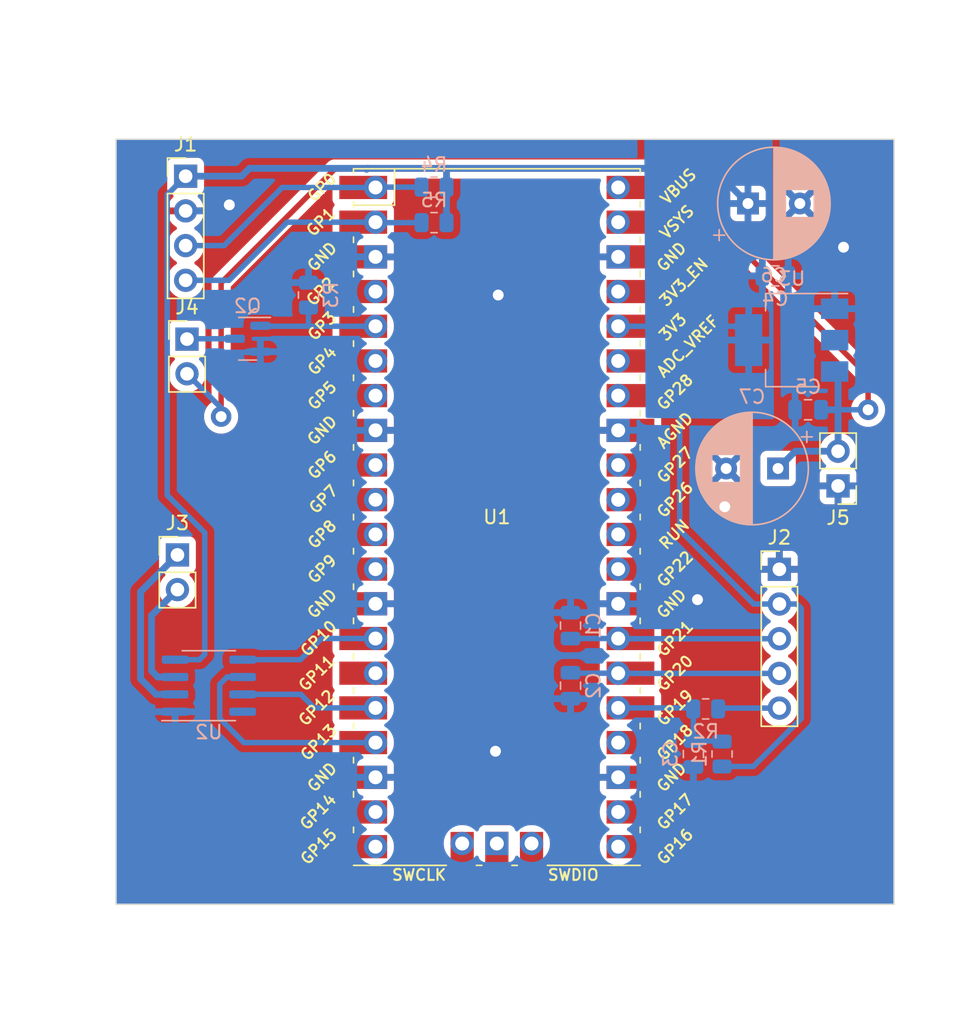
<source format=kicad_pcb>
(kicad_pcb (version 20221018) (generator pcbnew)
  (layers (0 "F.Cu" signal) (31 "B.Cu" signal) (34 "B.Paste" user) (35 "F.Paste" user) (36 "B.SilkS" user "B.Silkscreen") (37 "F.SilkS" user "F.Silkscreen") (38 "B.Mask" user) (39 "F.Mask" user) (44 "Edge.Cuts" user))
  (net 0 "")
  (net 1 "Net-(J2-Pin_5)")
  (net 2 "GND")
  (net 3 "Net-(J2-Pin_4)")
  (net 4 "Net-(U1-GPIO19)")
  (net 5 "+3.3V")
  (net 6 "+12V")
  (net 7 "Net-(J1-Pin_3)")
  (net 8 "Net-(J1-Pin_4)")
  (net 9 "Net-(J2-Pin_3)")
  (net 10 "Net-(J3-Pin_1)")
  (net 11 "Net-(J3-Pin_2)")
  (net 12 "Net-(J4-Pin_1)")
  (net 13 "/SSR_SW")
  (net 21 "Net-(U1-GPIO10)")
  (net 23 "Net-(U1-GPIO12)")
  (net 24 "Net-(U1-GPIO13)")
  (footprint "Connector_PinHeader_2.54mm:PinHeader_1x02_P2.54mm_Vertical" (layer "F.Cu") (at 144.5 100.625)
    (fp_text reference "J3" (at 0 -2.33) (layer "F.SilkS"))
    (fp_text value "Conn_01x02")
    (pad "1" thru_hole rect (at 0 0) (size 1.7 1.7) (drill 1) (layers "*.Cu" "*.Mask") (net 10 "Net-(J3-Pin_1)"))
    (pad "2" thru_hole oval (at 0 2.54) (size 1.7 1.7) (drill 1) (layers "*.Cu" "*.Mask") (net 11 "Net-(J3-Pin_2)"))
  )
  (footprint "Connector_PinHeader_2.54mm:PinHeader_1x02_P2.54mm_Vertical" (layer "F.Cu") (at 192.9 95.575 180)
    (fp_text reference "J5" (at 0 -2.33) (layer "F.SilkS"))
    (fp_text value "Conn_01x02")
    (pad "1" thru_hole rect (at 0 0 180) (size 1.7 1.7) (drill 1) (layers "*.Cu" "*.Mask") (net 2 "GND"))
    (pad "2" thru_hole oval (at 0 2.54 180) (size 1.7 1.7) (drill 1) (layers "*.Cu" "*.Mask") (net 6 "+12V"))
  )
  (footprint "Connector_PinHeader_2.54mm:PinHeader_1x05_P2.54mm_Vertical" (layer "F.Cu") (at 188.6 101.68)
    (fp_text reference "J2" (at 0 -2.33) (layer "F.SilkS"))
    (fp_text value "Conn_01x05_Pin")
    (pad "1" thru_hole rect (at 0 0) (size 1.7 1.7) (drill 1) (layers "*.Cu" "*.Mask") (net 2 "GND"))
    (pad "2" thru_hole oval (at 0 2.54) (size 1.7 1.7) (drill 1) (layers "*.Cu" "*.Mask") (net 5 "+3.3V"))
    (pad "3" thru_hole oval (at 0 5.08) (size 1.7 1.7) (drill 1) (layers "*.Cu" "*.Mask") (net 9 "Net-(J2-Pin_3)"))
    (pad "4" thru_hole oval (at 0 7.62) (size 1.7 1.7) (drill 1) (layers "*.Cu" "*.Mask") (net 3 "Net-(J2-Pin_4)"))
    (pad "5" thru_hole oval (at 0 10.16) (size 1.7 1.7) (drill 1) (layers "*.Cu" "*.Mask") (net 1 "Net-(J2-Pin_5)"))
  )
  (footprint "Connector_PinHeader_2.54mm:PinHeader_1x04_P2.54mm_Vertical" (layer "F.Cu") (at 145.1 72.9)
    (fp_text reference "J1" (at 0 -2.33) (layer "F.SilkS"))
    (fp_text value "Conn_01x04_Pin")
    (pad "1" thru_hole rect (at 0 0) (size 1.7 1.7) (drill 1) (layers "*.Cu" "*.Mask") (net 5 "+3.3V"))
    (pad "2" thru_hole oval (at 0 2.54) (size 1.7 1.7) (drill 1) (layers "*.Cu" "*.Mask") (net 2 "GND"))
    (pad "3" thru_hole oval (at 0 5.08) (size 1.7 1.7) (drill 1) (layers "*.Cu" "*.Mask") (net 7 "Net-(J1-Pin_3)"))
    (pad "4" thru_hole oval (at 0 7.62) (size 1.7 1.7) (drill 1) (layers "*.Cu" "*.Mask") (net 8 "Net-(J1-Pin_4)"))
  )
  (footprint "DevelopBoards:RPi_Pico_SMD_TH" (layer "F.Cu") (at 167.9 97.855)
    (fp_text reference "U1" (at 0 0) (layer "F.SilkS"))
    (fp_text value "Pico")
    (fp_text user "GP14" (at -13.1 21.59 45) (layer "F.SilkS") (effects (font (size 0.8 0.8))))
    (fp_text user "GP21" (at 13.054 8.9 45) (layer "F.SilkS") (effects (font (size 0.8 0.8))))
    (fp_text user "GP27" (at 13.054 -3.8 45) (layer "F.SilkS") (effects (font (size 0.8 0.8))))
    (fp_text user "AGND" (at 13.054 -6.35 45) (layer "F.SilkS") (effects (font (size 0.8 0.8))))
    (fp_text user "GP9" (at -12.8 3.81 45) (layer "F.SilkS") (effects (font (size 0.8 0.8))))
    (fp_text user "GND" (at -12.8 19.05 45) (layer "F.SilkS") (effects (font (size 0.8 0.8))))
    (fp_text user "SWDIO" (at 5.6 26.2) (layer "F.SilkS") (effects (font (size 0.8 0.8))))
    (fp_text user "SWCLK" (at -5.7 26.2) (layer "F.SilkS") (effects (font (size 0.8 0.8))))
    (fp_text user "GP11" (at -13.2 11.43 45) (layer "F.SilkS") (effects (font (size 0.8 0.8))))
    (fp_text user "GP26" (at 13.054 -1.27 45) (layer "F.SilkS") (effects (font (size 0.8 0.8))))
    (fp_text user "GP8" (at -12.8 1.27 45) (layer "F.SilkS") (effects (font (size 0.8 0.8))))
    (fp_text user "GND" (at 12.8 6.35 45) (layer "F.SilkS") (effects (font (size 0.8 0.8))))
    (fp_text user "GP20" (at 13.054 11.43 45) (layer "F.SilkS") (effects (font (size 0.8 0.8))))
    (fp_text user "GND" (at -12.8 -19.05 45) (layer "F.SilkS") (effects (font (size 0.8 0.8))))
    (fp_text user "ADC_VREF" (at 14 -12.5 45) (layer "F.SilkS") (effects (font (size 0.8 0.8))))
    (fp_text user "GP19" (at 13.054 13.97 45) (layer "F.SilkS") (effects (font (size 0.8 0.8))))
    (fp_text user "GP4" (at -12.8 -11.43 45) (layer "F.SilkS") (effects (font (size 0.8 0.8))))
    (fp_text user "GP12" (at -13.2 13.97 45) (layer "F.SilkS") (effects (font (size 0.8 0.8))))
    (fp_text user "GP18" (at 13.054 16.51 45) (layer "F.SilkS") (effects (font (size 0.8 0.8))))
    (fp_text user "GND" (at -12.8 6.35 45) (layer "F.SilkS") (effects (font (size 0.8 0.8))))
    (fp_text user "GP13" (at -13.054 16.51 45) (layer "F.SilkS") (effects (font (size 0.8 0.8))))
    (fp_text user "GP1" (at -12.9 -21.6 45) (layer "F.SilkS") (effects (font (size 0.8 0.8))))
    (fp_text user "GP7" (at -12.7 -1.3 45) (layer "F.SilkS") (effects (font (size 0.8 0.8))))
    (fp_text user "GP3" (at -12.8 -13.97 45) (layer "F.SilkS") (effects (font (size 0.8 0.8))))
    (fp_text user "GP17" (at 13.054 21.59 45) (layer "F.SilkS") (effects (font (size 0.8 0.8))))
    (fp_text user "GP2" (at -12.9 -16.51 45) (layer "F.SilkS") (effects (font (size 0.8 0.8))))
    (fp_text user "RUN" (at 13 1.27 45) (layer "F.SilkS") (effects (font (size 0.8 0.8))))
    (fp_text user "GP16" (at 13.054 24.13 45) (layer "F.SilkS") (effects (font (size 0.8 0.8))))
    (fp_text user "GP15" (at -13.054 24.13 45) (layer "F.SilkS") (effects (font (size 0.8 0.8))))
    (fp_text user "GND" (at 12.8 19.05 45) (layer "F.SilkS") (effects (font (size 0.8 0.8))))
    (fp_text user "GP28" (at 13.054 -9.144 45) (layer "F.SilkS") (effects (font (size 0.8 0.8))))
    (fp_text user "GP6" (at -12.8 -3.81 45) (layer "F.SilkS") (effects (font (size 0.8 0.8))))
    (fp_text user "GND" (at -12.8 -6.35 45) (layer "F.SilkS") (effects (font (size 0.8 0.8))))
    (fp_text user "VSYS" (at 13.2 -21.59 45) (layer "F.SilkS") (effects (font (size 0.8 0.8))))
    (fp_text user "3V3_EN" (at 13.7 -17.2 45) (layer "F.SilkS") (effects (font (size 0.8 0.8))))
    (fp_text user "GP22" (at 13.054 3.81 45) (layer "F.SilkS") (effects (font (size 0.8 0.8))))
    (fp_text user "GND" (at 12.8 -19.05 45) (layer "F.SilkS") (effects (font (size 0.8 0.8))))
    (fp_text user "GP5" (at -12.8 -8.89 45) (layer "F.SilkS") (effects (font (size 0.8 0.8))))
    (fp_text user "3V3" (at 12.9 -13.9 45) (layer "F.SilkS") (effects (font (size 0.8 0.8))))
    (fp_text user "VBUS" (at 13.3 -24.2 45) (layer "F.SilkS") (effects (font (size 0.8 0.8))))
    (fp_text user "GP0" (at -12.8 -24.13 45) (layer "F.SilkS") (effects (font (size 0.8 0.8))))
    (fp_text user "GP10" (at -13.054 8.89 45) (layer "F.SilkS") (effects (font (size 0.8 0.8))))
    (pad "1" thru_hole oval (at -8.89 -24.13) (size 1.7 1.7) (drill 1.02) (layers "*.Cu" "*.Mask") (net 7 "Net-(J1-Pin_3)"))
    (pad "1" smd rect (at -8.89 -24.13) (size 3.5 1.7) (drill (offset -0.9 0)) (layers "F.Cu" "F.Mask") (net 7 "Net-(J1-Pin_3)"))
    (pad "2" thru_hole oval (at -8.89 -21.59) (size 1.7 1.7) (drill 1.02) (layers "*.Cu" "*.Mask") (net 8 "Net-(J1-Pin_4)"))
    (pad "2" smd rect (at -8.89 -21.59) (size 3.5 1.7) (drill (offset -0.9 0)) (layers "F.Cu" "F.Mask") (net 8 "Net-(J1-Pin_4)"))
    (pad "3" thru_hole rect (at -8.89 -19.05) (size 1.7 1.7) (drill 1.02) (layers "*.Cu" "*.Mask") (net 2 "GND"))
    (pad "3" smd rect (at -8.89 -19.05) (size 3.5 1.7) (drill (offset -0.9 0)) (layers "F.Cu" "F.Mask") (net 2 "GND"))
    (pad "4" thru_hole oval (at -8.89 -16.51) (size 1.7 1.7) (drill 1.02) (layers "*.Cu" "*.Mask"))
    (pad "4" smd rect (at -8.89 -16.51) (size 3.5 1.7) (drill (offset -0.9 0)) (layers "F.Cu" "F.Mask"))
    (pad "5" thru_hole oval (at -8.89 -13.97) (size 1.7 1.7) (drill 1.02) (layers "*.Cu" "*.Mask") (net 13 "/SSR_SW"))
    (pad "5" smd rect (at -8.89 -13.97) (size 3.5 1.7) (drill (offset -0.9 0)) (layers "F.Cu" "F.Mask") (net 13 "/SSR_SW"))
    (pad "6" thru_hole oval (at -8.89 -11.43) (size 1.7 1.7) (drill 1.02) (layers "*.Cu" "*.Mask"))
    (pad "6" smd rect (at -8.89 -11.43) (size 3.5 1.7) (drill (offset -0.9 0)) (layers "F.Cu" "F.Mask"))
    (pad "7" thru_hole oval (at -8.89 -8.89) (size 1.7 1.7) (drill 1.02) (layers "*.Cu" "*.Mask"))
    (pad "7" smd rect (at -8.89 -8.89) (size 3.5 1.7) (drill (offset -0.9 0)) (layers "F.Cu" "F.Mask"))
    (pad "8" thru_hole rect (at -8.89 -6.35) (size 1.7 1.7) (drill 1.02) (layers "*.Cu" "*.Mask") (net 2 "GND"))
    (pad "8" smd rect (at -8.89 -6.35) (size 3.5 1.7) (drill (offset -0.9 0)) (layers "F.Cu" "F.Mask") (net 2 "GND"))
    (pad "9" thru_hole oval (at -8.89 -3.81) (size 1.7 1.7) (drill 1.02) (layers "*.Cu" "*.Mask"))
    (pad "9" smd rect (at -8.89 -3.81) (size 3.5 1.7) (drill (offset -0.9 0)) (layers "F.Cu" "F.Mask"))
    (pad "10" thru_hole oval (at -8.89 -1.27) (size 1.7 1.7) (drill 1.02) (layers "*.Cu" "*.Mask"))
    (pad "10" smd rect (at -8.89 -1.27) (size 3.5 1.7) (drill (offset -0.9 0)) (layers "F.Cu" "F.Mask"))
    (pad "11" thru_hole oval (at -8.89 1.27) (size 1.7 1.7) (drill 1.02) (layers "*.Cu" "*.Mask"))
    (pad "11" smd rect (at -8.89 1.27) (size 3.5 1.7) (drill (offset -0.9 0)) (layers "F.Cu" "F.Mask"))
    (pad "12" thru_hole oval (at -8.89 3.81) (size 1.7 1.7) (drill 1.02) (layers "*.Cu" "*.Mask"))
    (pad "12" smd rect (at -8.89 3.81) (size 3.5 1.7) (drill (offset -0.9 0)) (layers "F.Cu" "F.Mask"))
    (pad "13" thru_hole rect (at -8.89 6.35) (size 1.7 1.7) (drill 1.02) (layers "*.Cu" "*.Mask") (net 2 "GND"))
    (pad "13" smd rect (at -8.89 6.35) (size 3.5 1.7) (drill (offset -0.9 0)) (layers "F.Cu" "F.Mask") (net 2 "GND"))
    (pad "14" thru_hole oval (at -8.89 8.89) (size 1.7 1.7) (drill 1.02) (layers "*.Cu" "*.Mask") (net 21 "Net-(U1-GPIO10)"))
    (pad "14" smd rect (at -8.89 8.89) (size 3.5 1.7) (drill (offset -0.9 0)) (layers "F.Cu" "F.Mask") (net 21 "Net-(U1-GPIO10)"))
    (pad "15" thru_hole oval (at -8.89 11.43) (size 1.7 1.7) (drill 1.02) (layers "*.Cu" "*.Mask"))
    (pad "15" smd rect (at -8.89 11.43) (size 3.5 1.7) (drill (offset -0.9 0)) (layers "F.Cu" "F.Mask"))
    (pad "16" thru_hole oval (at -8.89 13.97) (size 1.7 1.7) (drill 1.02) (layers "*.Cu" "*.Mask") (net 23 "Net-(U1-GPIO12)"))
    (pad "16" smd rect (at -8.89 13.97) (size 3.5 1.7) (drill (offset -0.9 0)) (layers "F.Cu" "F.Mask") (net 23 "Net-(U1-GPIO12)"))
    (pad "17" thru_hole oval (at -8.89 16.51) (size 1.7 1.7) (drill 1.02) (layers "*.Cu" "*.Mask") (net 24 "Net-(U1-GPIO13)"))
    (pad "17" smd rect (at -8.89 16.51) (size 3.5 1.7) (drill (offset -0.9 0)) (layers "F.Cu" "F.Mask") (net 24 "Net-(U1-GPIO13)"))
    (pad "18" thru_hole rect (at -8.89 19.05) (size 1.7 1.7) (drill 1.02) (layers "*.Cu" "*.Mask") (net 2 "GND"))
    (pad "18" smd rect (at -8.89 19.05) (size 3.5 1.7) (drill (offset -0.9 0)) (layers "F.Cu" "F.Mask") (net 2 "GND"))
    (pad "19" thru_hole oval (at -8.89 21.59) (size 1.7 1.7) (drill 1.02) (layers "*.Cu" "*.Mask"))
    (pad "19" smd rect (at -8.89 21.59) (size 3.5 1.7) (drill (offset -0.9 0)) (layers "F.Cu" "F.Mask"))
    (pad "20" thru_hole oval (at -8.89 24.13) (size 1.7 1.7) (drill 1.02) (layers "*.Cu" "*.Mask"))
    (pad "20" smd rect (at -8.89 24.13) (size 3.5 1.7) (drill (offset -0.9 0)) (layers "F.Cu" "F.Mask"))
    (pad "21" thru_hole oval (at 8.89 24.13) (size 1.7 1.7) (drill 1.02) (layers "*.Cu" "*.Mask"))
    (pad "21" smd rect (at 8.89 24.13) (size 3.5 1.7) (drill (offset 0.9 0)) (layers "F.Cu" "F.Mask"))
    (pad "22" thru_hole oval (at 8.89 21.59) (size 1.7 1.7) (drill 1.02) (layers "*.Cu" "*.Mask"))
    (pad "22" smd rect (at 8.89 21.59) (size 3.5 1.7) (drill (offset 0.9 0)) (layers "F.Cu" "F.Mask"))
    (pad "23" thru_hole rect (at 8.89 19.05) (size 1.7 1.7) (drill 1.02) (layers "*.Cu" "*.Mask") (net 2 "GND"))
    (pad "23" smd rect (at 8.89 19.05) (size 3.5 1.7) (drill (offset 0.9 0)) (layers "F.Cu" "F.Mask") (net 2 "GND"))
    (pad "24" thru_hole oval (at 8.89 16.51) (size 1.7 1.7) (drill 1.02) (layers "*.Cu" "*.Mask"))
    (pad "24" smd rect (at 8.89 16.51) (size 3.5 1.7) (drill (offset 0.9 0)) (layers "F.Cu" "F.Mask"))
    (pad "25" thru_hole oval (at 8.89 13.97) (size 1.7 1.7) (drill 1.02) (layers "*.Cu" "*.Mask") (net 4 "Net-(U1-GPIO19)"))
    (pad "25" smd rect (at 8.89 13.97) (size 3.5 1.7) (drill (offset 0.9 0)) (layers "F.Cu" "F.Mask") (net 4 "Net-(U1-GPIO19)"))
    (pad "26" thru_hole oval (at 8.89 11.43) (size 1.7 1.7) (drill 1.02) (layers "*.Cu" "*.Mask") (net 3 "Net-(J2-Pin_4)"))
    (pad "26" smd rect (at 8.89 11.43) (size 3.5 1.7) (drill (offset 0.9 0)) (layers "F.Cu" "F.Mask") (net 3 "Net-(J2-Pin_4)"))
    (pad "27" thru_hole oval (at 8.89 8.89) (size 1.7 1.7) (drill 1.02) (layers "*.Cu" "*.Mask") (net 9 "Net-(J2-Pin_3)"))
    (pad "27" smd rect (at 8.89 8.89) (size 3.5 1.7) (drill (offset 0.9 0)) (layers "F.Cu" "F.Mask") (net 9 "Net-(J2-Pin_3)"))
    (pad "28" thru_hole rect (at 8.89 6.35) (size 1.7 1.7) (drill 1.02) (layers "*.Cu" "*.Mask") (net 2 "GND"))
    (pad "28" smd rect (at 8.89 6.35) (size 3.5 1.7) (drill (offset 0.9 0)) (layers "F.Cu" "F.Mask") (net 2 "GND"))
    (pad "29" thru_hole oval (at 8.89 3.81) (size 1.7 1.7) (drill 1.02) (layers "*.Cu" "*.Mask"))
    (pad "29" smd rect (at 8.89 3.81) (size 3.5 1.7) (drill (offset 0.9 0)) (layers "F.Cu" "F.Mask"))
    (pad "30" thru_hole oval (at 8.89 1.27) (size 1.7 1.7) (drill 1.02) (layers "*.Cu" "*.Mask"))
    (pad "30" smd rect (at 8.89 1.27) (size 3.5 1.7) (drill (offset 0.9 0)) (layers "F.Cu" "F.Mask"))
    (pad "31" thru_hole oval (at 8.89 -1.27) (size 1.7 1.7) (drill 1.02) (layers "*.Cu" "*.Mask"))
    (pad "31" smd rect (at 8.89 -1.27) (size 3.5 1.7) (drill (offset 0.9 0)) (layers "F.Cu" "F.Mask"))
    (pad "32" thru_hole oval (at 8.89 -3.81) (size 1.7 1.7) (drill 1.02) (layers "*.Cu" "*.Mask"))
    (pad "32" smd rect (at 8.89 -3.81) (size 3.5 1.7) (drill (offset 0.9 0)) (layers "F.Cu" "F.Mask"))
    (pad "33" thru_hole rect (at 8.89 -6.35) (size 1.7 1.7) (drill 1.02) (layers "*.Cu" "*.Mask") (net 2 "GND"))
    (pad "33" smd rect (at 8.89 -6.35) (size 3.5 1.7) (drill (offset 0.9 0)) (layers "F.Cu" "F.Mask") (net 2 "GND"))
    (pad "34" thru_hole oval (at 8.89 -8.89) (size 1.7 1.7) (drill 1.02) (layers "*.Cu" "*.Mask"))
    (pad "34" smd rect (at 8.89 -8.89) (size 3.5 1.7) (drill (offset 0.9 0)) (layers "F.Cu" "F.Mask"))
    (pad "35" thru_hole oval (at 8.89 -11.43) (size 1.7 1.7) (drill 1.02) (layers "*.Cu" "*.Mask"))
    (pad "35" smd rect (at 8.89 -11.43) (size 3.5 1.7) (drill (offset 0.9 0)) (layers "F.Cu" "F.Mask"))
    (pad "36" thru_hole oval (at 8.89 -13.97) (size 1.7 1.7) (drill 1.02) (layers "*.Cu" "*.Mask") (net 5 "+3.3V"))
    (pad "36" smd rect (at 8.89 -13.97) (size 3.5 1.7) (drill (offset 0.9 0)) (layers "F.Cu" "F.Mask") (net 5 "+3.3V"))
    (pad "37" thru_hole oval (at 8.89 -16.51) (size 1.7 1.7) (drill 1.02) (layers "*.Cu" "*.Mask"))
    (pad "37" smd rect (at 8.89 -16.51) (size 3.5 1.7) (drill (offset 0.9 0)) (layers "F.Cu" "F.Mask"))
    (pad "38" thru_hole rect (at 8.89 -19.05) (size 1.7 1.7) (drill 1.02) (layers "*.Cu" "*.Mask") (net 2 "GND"))
    (pad "38" smd rect (at 8.89 -19.05) (size 3.5 1.7) (drill (offset 0.9 0)) (layers "F.Cu" "F.Mask") (net 2 "GND"))
    (pad "39" thru_hole oval (at 8.89 -21.59) (size 1.7 1.7) (drill 1.02) (layers "*.Cu" "*.Mask"))
    (pad "39" smd rect (at 8.89 -21.59) (size 3.5 1.7) (drill (offset 0.9 0)) (layers "F.Cu" "F.Mask"))
    (pad "40" thru_hole oval (at 8.89 -24.13) (size 1.7 1.7) (drill 1.02) (layers "*.Cu" "*.Mask"))
    (pad "40" smd rect (at 8.89 -24.13) (size 3.5 1.7) (drill (offset 0.9 0)) (layers "F.Cu" "F.Mask"))
    (pad "41" thru_hole oval (at -2.54 23.9) (size 1.7 1.7) (drill 1.02) (layers "*.Cu" "*.Mask"))
    (pad "41" smd rect (at -2.54 23.9 90) (size 3.5 1.7) (drill (offset -0.9 0)) (layers "F.Cu" "F.Mask"))
    (pad "42" thru_hole rect (at 0 23.9) (size 1.7 1.7) (drill 1.02) (layers "*.Cu" "*.Mask"))
    (pad "42" smd rect (at 0 23.9 90) (size 3.5 1.7) (drill (offset -0.9 0)) (layers "F.Cu" "F.Mask"))
    (pad "43" thru_hole oval (at 2.54 23.9) (size 1.7 1.7) (drill 1.02) (layers "*.Cu" "*.Mask"))
    (pad "43" smd rect (at 2.54 23.9 90) (size 3.5 1.7) (drill (offset -0.9 0)) (layers "F.Cu" "F.Mask"))
  )
  (footprint "Connector_PinHeader_2.54mm:PinHeader_1x02_P2.54mm_Vertical" (layer "F.Cu") (at 145.2 84.825)
    (fp_text reference "J4" (at 0 -2.33) (layer "F.SilkS"))
    (fp_text value "Conn_01x02")
    (pad "1" thru_hole rect (at 0 0) (size 1.7 1.7) (drill 1) (layers "*.Cu" "*.Mask") (net 12 "Net-(J4-Pin_1)"))
    (pad "2" thru_hole oval (at 0 2.54) (size 1.7 1.7) (drill 1) (layers "*.Cu" "*.Mask") (net 6 "+12V"))
  )
  (footprint "Resistor_SMD:R_0805_2012Metric" (layer "B.Cu") (at 183.2 111.9)
    (fp_text reference "R2" (at 0 1.65) (layer "B.SilkS") (effects (justify mirror)))
    (fp_text value "10k")
    (pad "1" smd roundrect (at -0.9125 0) (size 1.025 1.4) (layers "B.Cu" "B.Paste" "B.Mask") (roundrect_rratio 0.243902) (net 4 "Net-(U1-GPIO19)"))
    (pad "2" smd roundrect (at 0.9125 0) (size 1.025 1.4) (layers "B.Cu" "B.Paste" "B.Mask") (roundrect_rratio 0.243902) (net 1 "Net-(J2-Pin_5)"))
  )
  (footprint "Capacitor_SMD:C_0805_2012Metric" (layer "B.Cu") (at 173.3 105.8 90)
    (fp_text reference "C1" (at 0 1.68 90) (layer "B.SilkS") (effects (justify mirror)))
    (fp_text value "100n")
    (pad "1" smd roundrect (at -0.95 0 90) (size 1 1.45) (layers "B.Cu" "B.Paste" "B.Mask") (net 9 "Net-(J2-Pin_3)"))
    (pad "2" smd roundrect (at 0.95 0 90) (size 1 1.45) (layers "B.Cu" "B.Paste" "B.Mask") (net 2 "GND"))
  )
  (footprint "Capacitor_SMD:C_0805_2012Metric" (layer "B.Cu") (at 190.7 90 180)
    (fp_text reference "C5" (at 0 1.68 -360) (layer "B.SilkS") (effects (justify mirror)))
    (fp_text value "1u")
    (pad "1" smd roundrect (at -0.95 0 180) (size 1 1.45) (layers "B.Cu" "B.Paste" "B.Mask") (net 6 "+12V"))
    (pad "2" smd roundrect (at 0.95 0 180) (size 1 1.45) (layers "B.Cu" "B.Paste" "B.Mask") (net 2 "GND"))
  )
  (footprint "Capacitor_THT:CP_Radial_D8.0mm_P3.80mm" (layer "B.Cu") (at 186.297349 74.9)
    (fp_text reference "C6" (at 1.9 5.25 -360) (layer "B.SilkS") (effects (justify mirror)))
    (fp_text value "10u")
    (pad "1" thru_hole rect (at 0 0) (size 1.6 1.6) (drill 0.8) (layers "*.Cu" "*.Mask") (net 5 "+3.3V"))
    (pad "2" thru_hole circle (at 3.8 0) (size 1.6 1.6) (drill 0.8) (layers "*.Cu" "*.Mask") (net 2 "GND"))
  )
  (footprint "Package_TO_SOT_SMD:SOT-23" (layer "B.Cu") (at 149.6375 84.8 180)
    (fp_text reference "Q2" (at 0 2.4) (layer "B.SilkS") (effects (justify mirror)))
    (fp_text value "BSS138")
    (pad "1" smd roundrect (at -0.9375 0.95 180) (size 1.475 0.6) (layers "B.Cu" "B.Paste" "B.Mask") (net 13 "/SSR_SW"))
    (pad "2" smd roundrect (at -0.9375 -0.95 180) (size 1.475 0.6) (layers "B.Cu" "B.Paste" "B.Mask") (net 2 "GND"))
    (pad "3" smd roundrect (at 0.9375 0 180) (size 1.475 0.6) (layers "B.Cu" "B.Paste" "B.Mask") (net 12 "Net-(J4-Pin_1)"))
  )
  (footprint "Capacitor_SMD:C_0805_2012Metric" (layer "B.Cu") (at 173.3 110.2 90)
    (fp_text reference "C2" (at 0 1.68 90) (layer "B.SilkS") (effects (justify mirror)))
    (fp_text value "100n")
    (pad "1" smd roundrect (at -0.95 0 90) (size 1 1.45) (layers "B.Cu" "B.Paste" "B.Mask") (net 2 "GND"))
    (pad "2" smd roundrect (at 0.95 0 90) (size 1 1.45) (layers "B.Cu" "B.Paste" "B.Mask") (net 3 "Net-(J2-Pin_4)"))
  )
  (footprint "Resistor_SMD:R_0805_2012Metric" (layer "B.Cu") (at 154.1 81.6 90)
    (fp_text reference "R3" (at 0 1.65 90) (layer "B.SilkS") (effects (justify mirror)))
    (fp_text value "1M")
    (pad "1" smd roundrect (at -0.9125 0 90) (size 1.025 1.4) (layers "B.Cu" "B.Paste" "B.Mask") (roundrect_rratio 0.243902) (net 13 "/SSR_SW"))
    (pad "2" smd roundrect (at 0.9125 0 90) (size 1.025 1.4) (layers "B.Cu" "B.Paste" "B.Mask") (roundrect_rratio 0.243902) (net 2 "GND"))
  )
  (footprint "Package_TO_SOT_SMD:SOT-223-3_TabPin2" (layer "B.Cu") (at 189.5 84.9 180)
    (fp_text reference "U3" (at 0 4.5 -360) (layer "B.SilkS") (effects (justify mirror)))
    (fp_text value "LD1117S33TR_SOT223")
    (pad "1" smd rect (at -3.15 2.3 180) (size 2 1.5) (layers "B.Cu" "B.Paste" "B.Mask") (net 2 "GND"))
    (pad "2" smd rect (at -3.15 0 180) (size 2 1.5) (layers "B.Cu" "B.Paste" "B.Mask") (net 5 "+3.3V"))
    (pad "2" smd rect (at 3.15 0 180) (size 2 3.8) (layers "B.Cu" "B.Paste" "B.Mask") (net 5 "+3.3V"))
    (pad "3" smd rect (at -3.15 -2.3 180) (size 2 1.5) (layers "B.Cu" "B.Paste" "B.Mask") (net 6 "+12V"))
  )
  (footprint "Package_SO:SOIC-8_3.9x4.9mm_P1.27mm" (layer "B.Cu") (at 146.8 110.2)
    (fp_text reference "U2" (at 0 3.4) (layer "B.SilkS") (effects (justify mirror)))
    (fp_text value "MAX31855KASA")
    (pad "1" smd roundrect (at -2.475 1.905) (size 1.95 0.6) (layers "B.Cu" "B.Paste" "B.Mask") (net 2 "GND"))
    (pad "2" smd roundrect (at -2.475 0.635) (size 1.95 0.6) (layers "B.Cu" "B.Paste" "B.Mask") (net 10 "Net-(J3-Pin_1)"))
    (pad "3" smd roundrect (at -2.475 -0.635) (size 1.95 0.6) (layers "B.Cu" "B.Paste" "B.Mask") (net 11 "Net-(J3-Pin_2)"))
    (pad "4" smd roundrect (at -2.475 -1.905) (size 1.95 0.6) (layers "B.Cu" "B.Paste" "B.Mask") (net 5 "+3.3V"))
    (pad "5" smd roundrect (at 2.475 -1.905) (size 1.95 0.6) (layers "B.Cu" "B.Paste" "B.Mask") (net 21 "Net-(U1-GPIO10)"))
    (pad "6" smd roundrect (at 2.475 -0.635) (size 1.95 0.6) (layers "B.Cu" "B.Paste" "B.Mask") (net 24 "Net-(U1-GPIO13)"))
    (pad "7" smd roundrect (at 2.475 0.635) (size 1.95 0.6) (layers "B.Cu" "B.Paste" "B.Mask") (net 23 "Net-(U1-GPIO12)"))
    (pad "8" smd roundrect (at 2.475 1.905) (size 1.95 0.6) (layers "B.Cu" "B.Paste" "B.Mask"))
  )
  (footprint "Capacitor_THT:CP_Radial_D8.0mm_P3.80mm" (layer "B.Cu") (at 188.5 94.3 180)
    (fp_text reference "C7" (at 1.9 5.25 -360) (layer "B.SilkS") (effects (justify mirror)))
    (fp_text value "10u")
    (pad "1" thru_hole rect (at 0 0 180) (size 1.6 1.6) (drill 0.8) (layers "*.Cu" "*.Mask") (net 6 "+12V"))
    (pad "2" thru_hole circle (at 3.8 0 180) (size 1.6 1.6) (drill 0.8) (layers "*.Cu" "*.Mask") (net 2 "GND"))
  )
  (footprint "Capacitor_SMD:C_0805_2012Metric" (layer "B.Cu") (at 188.3 80.2)
    (fp_text reference "C4" (at 0 1.68 -360) (layer "B.SilkS") (effects (justify mirror)))
    (fp_text value "1u")
    (pad "1" smd roundrect (at -0.95 0) (size 1 1.45) (layers "B.Cu" "B.Paste" "B.Mask") (net 5 "+3.3V"))
    (pad "2" smd roundrect (at 0.95 0) (size 1 1.45) (layers "B.Cu" "B.Paste" "B.Mask") (net 2 "GND"))
  )
  (footprint "Capacitor_SMD:C_0805_2012Metric" (layer "B.Cu") (at 182.3 115.2 -90)
    (fp_text reference "C3" (at 0 1.68 90) (layer "B.SilkS") (effects (justify mirror)))
    (fp_text value "100n")
    (pad "1" smd roundrect (at -0.95 0 270) (size 1 1.45) (layers "B.Cu" "B.Paste" "B.Mask") (net 4 "Net-(U1-GPIO19)"))
    (pad "2" smd roundrect (at 0.95 0 270) (size 1 1.45) (layers "B.Cu" "B.Paste" "B.Mask") (net 2 "GND"))
  )
  (footprint "Resistor_SMD:R_0805_2012Metric" (layer "B.Cu") (at 184.4 115.2 -90)
    (fp_text reference "R1" (at 0 1.65 90) (layer "B.SilkS") (effects (justify mirror)))
    (fp_text value "10k")
    (pad "1" smd roundrect (at -0.9125 0 270) (size 1.025 1.4) (layers "B.Cu" "B.Paste" "B.Mask") (roundrect_rratio 0.243902) (net 4 "Net-(U1-GPIO19)"))
    (pad "2" smd roundrect (at 0.9125 0 270) (size 1.025 1.4) (layers "B.Cu" "B.Paste" "B.Mask") (roundrect_rratio 0.243902) (net 5 "+3.3V"))
  )
  (footprint "Resistor_SMD:R_0805_2012Metric" (layer "B.Cu") (at 163.3 73.7 180)
    (fp_text reference "R4" (at 0 1.65) (layer "B.SilkS") (effects (justify mirror)))
    (fp_text value "10k")
    (pad "1" smd roundrect (at -0.9125 0 180) (size 1.025 1.4) (layers "B.Cu" "B.Paste" "B.Mask") (roundrect_rratio 0.243902) (net 5 "+3.3V"))
    (pad "2" smd roundrect (at 0.9125 0 180) (size 1.025 1.4) (layers "B.Cu" "B.Paste" "B.Mask") (roundrect_rratio 0.243902) (net 7 "Net-(J1-Pin_3)"))
  )
  (footprint "Resistor_SMD:R_0805_2012Metric" (layer "B.Cu") (at 163.3 76.3 180)
    (fp_text reference "R5" (at 0 1.65) (layer "B.SilkS") (effects (justify mirror)))
    (fp_text value "10k")
    (pad "1" smd roundrect (at -0.9125 0 180) (size 1.025 1.4) (layers "B.Cu" "B.Paste" "B.Mask") (roundrect_rratio 0.243902) (net 5 "+3.3V"))
    (pad "2" smd roundrect (at 0.9125 0 180) (size 1.025 1.4) (layers "B.Cu" "B.Paste" "B.Mask") (roundrect_rratio 0.243902) (net 8 "Net-(J1-Pin_4)"))
  )
  (gr_rect (start 140 70.2) (end 197 126.2) (stroke (width 0.1)) (fill none) (layer "Edge.Cuts"))
  (segment (start 188.6 111.84) (end 184.1725 111.84) (width 0.4) (layer "B.Cu") (net 1))
  (segment (start 184.1725 111.84) (end 184.1125 111.9) (width 0.4) (layer "B.Cu") (net 1))
  (segment (start 184.1175 111.905) (end 184.1125 111.9) (width 0.4) (layer "B.Cu") (net 1))
  (via (at 148.3 75) (size 1.5) (drill 0.8) (layers "F.Cu" "B.Cu") (net 2))
  (via (at 168 81.6) (size 1.5) (drill 0.8) (layers "F.Cu" "B.Cu") (net 2))
  (via (at 193.3 78.1) (size 1.5) (drill 0.8) (layers "F.Cu" "B.Cu") (net 2))
  (via (at 182.6 103.9) (size 1.5) (drill 0.8) (layers "F.Cu" "B.Cu") (net 2))
  (via (at 167.8 115) (size 1.5) (drill 0.8) (layers "F.Cu" "B.Cu") (net 2))
  (via (at 184.6 97.1) (size 1.5) (drill 0.8) (layers "F.Cu" "B.Cu") (net 2))
  (segment (start 176.805 109.3) (end 176.79 109.285) (width 0.4) (layer "B.Cu") (net 3))
  (segment (start 188.6 109.3) (end 176.805 109.3) (width 0.4) (layer "B.Cu") (net 3))
  (segment (start 173.335 109.285) (end 173.3 109.25) (width 0.4) (layer "B.Cu") (net 3))
  (segment (start 176.79 109.285) (end 173.335 109.285) (width 0.4) (layer "B.Cu") (net 3))
  (segment (start 182.2875 111.9) (end 182.2125 111.825) (width 0.4) (layer "B.Cu") (net 4))
  (segment (start 182.2125 111.825) (end 176.79 111.825) (width 0.4) (layer "B.Cu") (net 4))
  (segment (start 182.3 114.25) (end 182.3 111.9125) (width 0.4) (layer "B.Cu") (net 4))
  (segment (start 182.3 111.9125) (end 182.2875 111.9) (width 0.4) (layer "B.Cu") (net 4))
  (segment (start 182.3 114.25) (end 184.3625 114.25) (width 0.4) (layer "B.Cu") (net 4))
  (segment (start 184.3625 114.25) (end 184.4 114.2875) (width 0.4) (layer "B.Cu") (net 4))
  (segment (start 145.1 72.9) (end 145.6 72.4) (width 0.5) (layer "B.Cu") (net 5))
  (segment (start 146.5 107.9) (end 146.105 108.295) (width 0.4) (layer "B.Cu") (net 5))
  (segment (start 158.355101 72.4) (end 158.430101 72.325) (width 0.5) (layer "B.Cu") (net 5))
  (segment (start 149.2 72.9) (end 145.1 72.9) (width 0.5) (layer "B.Cu") (net 5))
  (segment (start 164.2125 76.3) (end 164.2125 73.7) (width 0.5) (layer "B.Cu") (net 5))
  (segment (start 164.2125 72.4125) (end 164.3 72.325) (width 0.5) (layer "B.Cu") (net 5))
  (segment (start 143.75 96.25) (end 146.5 99) (width 0.4) (layer "B.Cu") (net 5))
  (segment (start 183.722349 72.325) (end 186.297349 74.9) (width 0.5) (layer "B.Cu") (net 5))
  (segment (start 146.5 99) (end 146.5 107.9) (width 0.4) (layer "B.Cu") (net 5))
  (segment (start 164.3 72.325) (end 183.722349 72.325) (width 0.5) (layer "B.Cu") (net 5))
  (segment (start 158.430101 72.325) (end 164.3 72.325) (width 0.5) (layer "B.Cu") (net 5))
  (segment (start 158.430101 72.325) (end 149.775 72.325) (width 0.5) (layer "B.Cu") (net 5))
  (segment (start 181.3 98.8) (end 181.3 87.8) (width 0.4) (layer "B.Cu") (net 5))
  (segment (start 181.3 87.8) (end 184.2 84.9) (width 0.4) (layer "B.Cu") (net 5))
  (segment (start 143.75 74.25) (end 143.75 96.25) (width 0.4) (layer "B.Cu") (net 5))
  (segment (start 149.775 72.325) (end 149.2 72.9) (width 0.5) (layer "B.Cu") (net 5))
  (segment (start 190.2 104.54) (end 190.2 112.6) (width 0.4) (layer "B.Cu") (net 5))
  (segment (start 146.105 108.295) (end 144.325 108.295) (width 0.4) (layer "B.Cu") (net 5))
  (segment (start 176.79 83.885) (end 185.335 83.885) (width 0.4) (layer "B.Cu") (net 5))
  (segment (start 145.1 72.9) (end 143.75 74.25) (width 0.4) (layer "B.Cu") (net 5))
  (segment (start 188.6 104.22) (end 189.88 104.22) (width 0.4) (layer "B.Cu") (net 5))
  (segment (start 184.2 84.9) (end 186.35 84.9) (width 0.4) (layer "B.Cu") (net 5))
  (segment (start 186.72 104.22) (end 181.3 98.8) (width 0.4) (layer "B.Cu") (net 5))
  (segment (start 186.6875 116.1125) (end 184.4 116.1125) (width 0.4) (layer "B.Cu") (net 5))
  (segment (start 190.2 112.6) (end 186.6875 116.1125) (width 0.4) (layer "B.Cu") (net 5))
  (segment (start 185.335 83.885) (end 186.35 84.9) (width 0.4) (layer "B.Cu") (net 5))
  (segment (start 164.2125 73.7) (end 164.2125 72.4125) (width 0.5) (layer "B.Cu") (net 5))
  (segment (start 189.88 104.22) (end 190.2 104.54) (width 0.4) (layer "B.Cu") (net 5))
  (segment (start 188.6 104.22) (end 186.72 104.22) (width 0.4) (layer "B.Cu") (net 5))
  (segment (start 179.94 72.375) (end 156.025 72.375) (width 0.4) (layer "F.Cu") (net 6))
  (segment (start 156.025 72.375) (end 147.7 80.7) (width 0.4) (layer "F.Cu") (net 6))
  (segment (start 147.7 80.7) (end 147.7 90.5) (width 0.4) (layer "F.Cu") (net 6))
  (segment (start 195.1 90) (end 195.1 87.535) (width 0.4) (layer "F.Cu") (net 6))
  (segment (start 195.1 87.535) (end 179.94 72.375) (width 0.4) (layer "F.Cu") (net 6))
  (via (at 195.1 90) (size 1.5) (drill 0.8) (layers "F.Cu" "B.Cu") (net 6))
  (via (at 147.7 90.5) (size 1.5) (drill 0.8) (layers "F.Cu" "B.Cu") (net 6))
  (segment (start 192.9 93.035) (end 189.765 93.035) (width 0.5) (layer "B.Cu") (net 6))
  (segment (start 192.9 93.035) (end 192.9 90) (width 0.5) (layer "B.Cu") (net 6))
  (segment (start 191.65 90) (end 192.9 90) (width 0.5) (layer "B.Cu") (net 6))
  (segment (start 189.765 93.035) (end 188.5 94.3) (width 0.5) (layer "B.Cu") (net 6))
  (segment (start 145.2 87.365) (end 147.7 89.865) (width 0.4) (layer "B.Cu") (net 6))
  (segment (start 192.9 87.45) (end 192.65 87.2) (width 0.5) (layer "B.Cu") (net 6))
  (segment (start 195.1 90) (end 192.9 90) (width 0.4) (layer "B.Cu") (net 6))
  (segment (start 192.9 90) (end 192.9 87.45) (width 0.5) (layer "B.Cu") (net 6))
  (segment (start 147.7 89.865) (end 147.7 90.5) (width 0.4) (layer "B.Cu") (net 6))
  (segment (start 147.92 77.98) (end 145.1 77.98) (width 0.4) (layer "B.Cu") (net 7))
  (segment (start 159.01 73.725) (end 152.175 73.725) (width 0.4) (layer "B.Cu") (net 7))
  (segment (start 162.3875 73.7) (end 159.035 73.7) (width 0.4) (layer "B.Cu") (net 7))
  (segment (start 152.175 73.725) (end 147.92 77.98) (width 0.4) (layer "B.Cu") (net 7))
  (segment (start 159.035 73.7) (end 159.01 73.725) (width 0.4) (layer "B.Cu") (net 7))
  (segment (start 162.3875 76.3) (end 159.045 76.3) (width 0.4) (layer "B.Cu") (net 8))
  (segment (start 159.01 76.265) (end 152.535 76.265) (width 0.4) (layer "B.Cu") (net 8))
  (segment (start 159.045 76.3) (end 159.01 76.265) (width 0.4) (layer "B.Cu") (net 8))
  (segment (start 152.535 76.265) (end 148.28 80.52) (width 0.4) (layer "B.Cu") (net 8))
  (segment (start 148.28 80.52) (end 145.1 80.52) (width 0.4) (layer "B.Cu") (net 8))
  (segment (start 173.305 106.745) (end 173.3 106.75) (width 0.4) (layer "B.Cu") (net 9))
  (segment (start 176.79 106.745) (end 173.305 106.745) (width 0.4) (layer "B.Cu") (net 9))
  (segment (start 176.805 106.76) (end 176.79 106.745) (width 0.4) (layer "B.Cu") (net 9))
  (segment (start 188.6 106.76) (end 176.805 106.76) (width 0.4) (layer "B.Cu") (net 9))
  (segment (start 141.8 103.325) (end 144.5 100.625) (width 0.5) (layer "B.Cu") (net 10))
  (segment (start 142.935 110.835) (end 141.8 109.7) (width 0.5) (layer "B.Cu") (net 10))
  (segment (start 144.325 110.835) (end 142.935 110.835) (width 0.5) (layer "B.Cu") (net 10))
  (segment (start 141.8 109.7) (end 141.8 103.325) (width 0.5) (layer "B.Cu") (net 10))
  (segment (start 142.6 109.1) (end 142.6 105.065) (width 0.5) (layer "B.Cu") (net 11))
  (segment (start 142.6 105.065) (end 144.5 103.165) (width 0.5) (layer "B.Cu") (net 11))
  (segment (start 143.065 109.565) (end 142.6 109.1) (width 0.5) (layer "B.Cu") (net 11))
  (segment (start 144.325 109.565) (end 143.065 109.565) (width 0.5) (layer "B.Cu") (net 11))
  (segment (start 145.225 84.8) (end 145.2 84.825) (width 0.4) (layer "B.Cu") (net 12))
  (segment (start 148.7 84.8) (end 145.225 84.8) (width 0.4) (layer "B.Cu") (net 12))
  (segment (start 159.01 83.885) (end 154.1 83.885) (width 0.4) (layer "B.Cu") (net 13))
  (segment (start 154.1 83.885) (end 150.61 83.885) (width 0.4) (layer "B.Cu") (net 13))
  (segment (start 150.61 83.885) (end 150.575 83.85) (width 0.4) (layer "B.Cu") (net 13))
  (segment (start 154.1 82.5125) (end 154.1 83.885) (width 0.4) (layer "B.Cu") (net 13))
  (segment (start 155.055 106.745) (end 159.01 106.745) (width 0.4) (layer "B.Cu") (net 21))
  (segment (start 153.505 108.295) (end 155.055 106.745) (width 0.4) (layer "B.Cu") (net 21))
  (segment (start 149.275 108.295) (end 153.505 108.295) (width 0.4) (layer "B.Cu") (net 21))
  (segment (start 154.525 111.825) (end 159.01 111.825) (width 0.4) (layer "B.Cu") (net 23))
  (segment (start 149.275 110.835) (end 153.535 110.835) (width 0.4) (layer "B.Cu") (net 23))
  (segment (start 153.535 110.835) (end 154.525 111.825) (width 0.4) (layer "B.Cu") (net 23))
  (segment (start 148.135 109.565) (end 147.6 110.1) (width 0.4) (layer "B.Cu") (net 24))
  (segment (start 149.275 109.565) (end 148.135 109.565) (width 0.4) (layer "B.Cu") (net 24))
  (segment (start 147.6 110.1) (end 147.6 112.6) (width 0.4) (layer "B.Cu") (net 24))
  (segment (start 149.365 114.365) (end 159.01 114.365) (width 0.4) (layer "B.Cu") (net 24))
  (segment (start 147.6 112.6) (end 149.365 114.365) (width 0.4) (layer "B.Cu") (net 24))
  (zone (net 2) (net_name "GND") (layers "F&B.Cu") (connect_pads (clearance 0.5)) (min_thickness 0.25) (fill yes (thermal_gap 0.5) (thermal_bridge_width 0.5))
    (polygon (pts (xy 136 60.5) (xy 200.5 60) (xy 203.1 129.1) (xy 131.5 135)))
  )
  (zone (net 5) (net_name "+3.3V") (layer "B.Cu") (priority 1) (connect_pads (clearance 0.5)) (min_thickness 0.25) (fill yes (thermal_gap 0.5) (thermal_bridge_width 0.5))
    (polygon (pts (xy 178.7 70) (xy 188.1 70) (xy 188.2 90.7) (xy 178.8 90.6)))
  )
)
</source>
